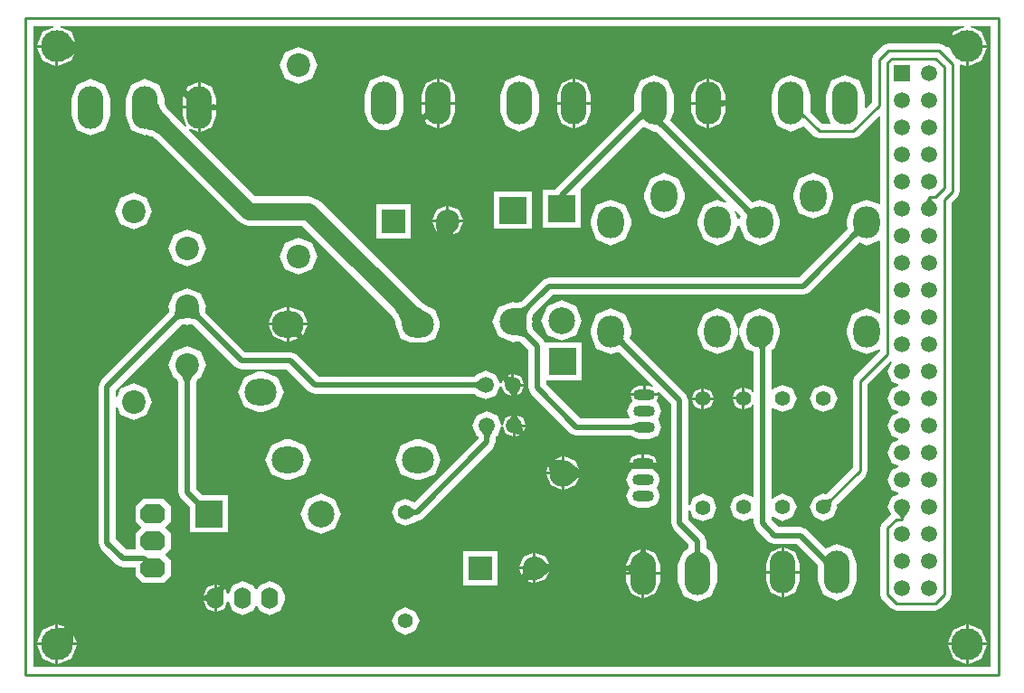
<source format=gtl>
G04*
G04 #@! TF.GenerationSoftware,Altium Limited,Altium Designer,18.0.11 (651)*
G04*
G04 Layer_Physical_Order=1*
G04 Layer_Color=255*
%FSTAX44Y44*%
%MOMM*%
G71*
G01*
G75*
%ADD10C,0.2540*%
%ADD31C,0.5000*%
%ADD32C,1.6000*%
%ADD33C,3.0000*%
%ADD34C,1.4000*%
%ADD35C,2.2000*%
%ADD36R,2.2000X2.2000*%
%ADD37C,1.5000*%
%ADD38C,2.5000*%
%ADD39R,2.5000X2.5000*%
%ADD40R,1.5000X1.5000*%
%ADD41O,2.0320X1.0160*%
%ADD42O,3.0000X2.5000*%
G04:AMPARAMS|DCode=43|XSize=1.778mm|YSize=2.286mm|CornerRadius=0mm|HoleSize=0mm|Usage=FLASHONLY|Rotation=90.000|XOffset=0mm|YOffset=0mm|HoleType=Round|Shape=Octagon|*
%AMOCTAGOND43*
4,1,8,-1.1430,-0.4445,-1.1430,0.4445,-0.6985,0.8890,0.6985,0.8890,1.1430,0.4445,1.1430,-0.4445,0.6985,-0.8890,-0.6985,-0.8890,-1.1430,-0.4445,0.0*
%
%ADD43OCTAGOND43*%

%ADD44R,2.5000X2.5000*%
%ADD45O,1.6000X2.0000*%
%ADD46O,2.4000X4.0000*%
%ADD47O,2.5000X3.0000*%
G36*
X0090424Y0000889D02*
X0000889D01*
Y006096D01*
X00027318D01*
X00027571Y0060833D01*
X00017055Y00603974D01*
X00012021Y0059182D01*
X00041567D01*
X00042815Y00599085D01*
X00044Y00597455D01*
X00046357Y00594711D01*
X00047529Y00593597D01*
X00048542Y0059278D01*
X00043905Y00603974D01*
X00033389Y0060833D01*
X00033642Y006096D01*
X00879488D01*
X00879741Y0060833D01*
X00869225Y00603974D01*
X00867631Y00600124D01*
X0086951Y00600916D01*
X00875975Y00603983D01*
X00869087Y00584145D01*
X00868234Y00585821D01*
X00867343Y00587322D01*
X00866414Y00588646D01*
X00865447Y00589793D01*
X00864443Y00590764D01*
X00863919Y00591163D01*
X00863665Y0059055D01*
X00863757Y00590328D01*
X00862701Y00589622D01*
X00860843Y0059148D01*
X00855983Y00593493D01*
X00808403D01*
X00808403Y00593493D01*
X00803543Y0059148D01*
X00803543Y0059148D01*
X0079536Y00583297D01*
X00793347Y00578437D01*
Y00537976D01*
X00788011Y0053264D01*
X00786837Y00533126D01*
Y0054521D01*
X00781423Y00558282D01*
X0076835Y00563697D01*
X00755277Y00558282D01*
X00749863Y0054521D01*
Y0052921D01*
X00754179Y00518789D01*
X00753474Y00517733D01*
X00746747D01*
X00735813Y00528668D01*
X00736037Y0052921D01*
Y0054521D01*
X00730622Y00558282D01*
X0071755Y00563697D01*
X00704477Y00558282D01*
X00699063Y0054521D01*
Y0052921D01*
X00704477Y00516138D01*
X0071755Y00510723D01*
X00729406Y00515634D01*
X0073904Y00506D01*
X007439Y00503987D01*
X00775951D01*
X00780811Y00506D01*
X00799793Y00524982D01*
X00800967Y00524496D01*
Y00442891D01*
X00799911Y00442186D01*
X0078834Y00446978D01*
X00774885Y00441405D01*
X00769312Y0042795D01*
Y0042295D01*
X00770754Y00419467D01*
X00725252Y00373965D01*
X0049068D01*
X00484879Y00371562D01*
X00464682Y00351365D01*
X00464589Y00351316D01*
X00464017Y00351083D01*
X00463288Y00350857D01*
X00462404Y00350654D01*
X00461436Y00350498D01*
X00459516Y00350349D01*
X004572Y00351309D01*
X00443745Y00345735D01*
X00438172Y0033228D01*
X00443745Y00318825D01*
X004572Y00313251D01*
X00459518Y00314212D01*
X0046024Y0031419D01*
X00461366Y00314073D01*
X00462404Y00313906D01*
X00463288Y00313703D01*
X00464016Y00313477D01*
X00464589Y00313244D01*
X00464682Y00313195D01*
X00471856Y00306022D01*
Y0027051D01*
X00474258Y00264708D01*
X00511088Y00227879D01*
X00511088Y00227878D01*
X0051689Y00225475D01*
X0051689Y00225476D01*
X00568021D01*
X00568323Y00225402D01*
X00568634Y00225304D01*
X00568892Y00225203D01*
X00569103Y00225101D01*
X00569273Y00225001D01*
X00569604Y00224769D01*
X00571054Y00224446D01*
X0057531Y00222683D01*
X0058547D01*
X00593246Y00225904D01*
X00596467Y0023368D01*
X00593311Y002413D01*
X00596467Y0024892D01*
X00593246Y00256696D01*
X00591891Y00257257D01*
X00591496Y00258796D01*
X00593192Y0026289D01*
X0058039D01*
X00567588D01*
X00569284Y00258796D01*
X00568889Y00257257D01*
X00567534Y00256696D01*
X00564313Y0024892D01*
X0056679Y00242941D01*
X00566084Y00241884D01*
X00520288D01*
X00488265Y00273908D01*
Y0027752D01*
X0052177D01*
Y0031268D01*
X00486914D01*
X00485862Y00315222D01*
X00476285Y00324798D01*
X00476236Y00324891D01*
X00476003Y00325463D01*
X00475777Y00326192D01*
X00475574Y00327076D01*
X00475418Y00328045D01*
X00475269Y00329964D01*
X00476228Y0033228D01*
X00475268Y00334598D01*
X0047529Y0033532D01*
X00475407Y00336446D01*
X00475574Y00337484D01*
X00475777Y00338368D01*
X00476003Y00339096D01*
X00476236Y00339669D01*
X00476285Y00339762D01*
X00494078Y00357556D01*
X0072865D01*
X00734452Y00359958D01*
X00781246Y00406753D01*
X00781269Y00406739D01*
X00781439Y0040678D01*
X0078834Y00403922D01*
X00799911Y00408714D01*
X00800967Y00408009D01*
Y00340891D01*
X00799911Y00340186D01*
X0078834Y00344978D01*
X00774885Y00339405D01*
X00769312Y0032595D01*
Y0032095D01*
X00774885Y00307495D01*
X0078834Y00301922D01*
X00799702Y00306628D01*
X00800787Y00305931D01*
X00800855Y00304835D01*
X0077746Y0028144D01*
X00775447Y0027658D01*
Y00195687D01*
X0075107Y00171311D01*
X00751003Y00171291D01*
X00750649Y00171214D01*
X00750246Y00171154D01*
X00749327Y00171088D01*
X0074803Y00171625D01*
X00738784Y00167796D01*
X00734955Y0015855D01*
X00738784Y00149304D01*
X0074803Y00145475D01*
X00757276Y00149304D01*
X00761105Y0015855D01*
X00760565Y00159855D01*
X00760574Y00160181D01*
X00760624Y001607D01*
X00760694Y00161169D01*
X00760771Y00161523D01*
X0076079Y0016159D01*
X0078718Y0018798D01*
X0078718Y0018798D01*
X00789193Y0019284D01*
Y00273733D01*
X0081058Y0029512D01*
X00811657Y00294401D01*
X00808074Y0028575D01*
X00812062Y00276122D01*
X00817944Y00273685D01*
Y00272415D01*
X00812062Y00269978D01*
X00808074Y0026035D01*
X00812062Y00250722D01*
X00817944Y00248285D01*
Y00247015D01*
X00812062Y00244578D01*
X00808074Y0023495D01*
X00812062Y00225322D01*
X00817944Y00222885D01*
Y00221615D01*
X00812062Y00219178D01*
X00808074Y0020955D01*
X00812062Y00199922D01*
X00817944Y00197485D01*
Y00196215D01*
X00812062Y00193778D01*
X00808074Y0018415D01*
X00812062Y00174522D01*
X00817944Y00172085D01*
Y00170815D01*
X00812062Y00168378D01*
X00808074Y0015875D01*
X00810917Y00151884D01*
X0080298Y00143947D01*
X00800967Y00139087D01*
Y00076813D01*
X0080298Y00071953D01*
X00811093Y0006384D01*
X00811093Y0006384D01*
X00815953Y00061827D01*
X00852827D01*
X00857687Y0006384D01*
X008658Y00071953D01*
X008658Y00071953D01*
X00867813Y00076813D01*
Y0044419D01*
X0087342Y00449797D01*
X00875433Y00454657D01*
Y0057318D01*
X00876703Y00574028D01*
X0088138Y00572091D01*
Y0059055D01*
X0088265D01*
Y0059182D01*
X00901109D01*
X00896075Y00603974D01*
X00885559Y0060833D01*
X00885812Y006096D01*
X0090424D01*
Y0000889D01*
D02*
G37*
G36*
X00729442Y00528546D02*
X00729437Y00528251D01*
X00729481Y00527941D01*
X00729575Y00527618D01*
X00729718Y0052728D01*
X0072991Y00526929D01*
X00730151Y00526564D01*
X00730441Y00526186D01*
X0073078Y00525793D01*
X00731169Y00525387D01*
X00730324Y0052264D01*
X00729937Y00523009D01*
X00729581Y00523311D01*
X00729258Y00523543D01*
X00728967Y00523708D01*
X00728709Y00523803D01*
X00728483Y00523831D01*
X0072829Y00523789D01*
X00728128Y0052368D01*
X00727999Y00523502D01*
X00727903Y00523255D01*
X00729496Y00528828D01*
X00729442Y00528546D01*
D02*
G37*
G36*
X00848394Y00449117D02*
X00848498Y00448536D01*
X00848671Y00447957D01*
X00848913Y00447381D01*
X00849224Y00446807D01*
X00849604Y00446236D01*
X00850053Y00445667D01*
X00850571Y004451D01*
X00851159Y00444536D01*
X00851815Y00443974D01*
X00842365D01*
X00843021Y00444536D01*
X00843609Y004451D01*
X00844127Y00445667D01*
X00844576Y00446236D01*
X00844956Y00446807D01*
X00845267Y00447381D01*
X00845509Y00447957D01*
X00845682Y00448536D01*
X00845786Y00449117D01*
X0084582Y004497D01*
X0084836D01*
X00848394Y00449117D01*
D02*
G37*
G36*
X00782122Y00412171D02*
X00781799Y00412518D01*
X00781423Y00412741D01*
X00780994Y00412841D01*
X00780512Y00412818D01*
X00779978Y00412672D01*
X00779392Y00412402D01*
X00778752Y0041201D01*
X0077806Y00411494D01*
X00777316Y00410855D01*
X00776518Y00410093D01*
X00773493Y00414138D01*
X00774269Y0041495D01*
X00775483Y00416445D01*
X0077592Y00417128D01*
X00776245Y00417769D01*
X00776457Y00418367D01*
X00776556Y00418923D01*
X00776542Y00419436D01*
X00776415Y00419906D01*
X00776176Y00420334D01*
X00782122Y00412171D01*
D02*
G37*
G36*
X00472931Y00344476D02*
X00472301Y00343758D01*
X0047174Y00342931D01*
X00471246Y00341995D01*
X00470821Y00340951D01*
X00470464Y00339798D01*
X00470174Y00338537D01*
X00469953Y00337167D01*
X00469801Y00335688D01*
X00469699Y00332405D01*
X00457325Y00344779D01*
X00459021Y00344796D01*
X00462087Y00345033D01*
X00463457Y00345255D01*
X00464718Y00345544D01*
X00465871Y00345901D01*
X00466915Y00346326D01*
X00467851Y0034682D01*
X00468678Y00347382D01*
X00469396Y00348011D01*
X00472931Y00344476D01*
D02*
G37*
G36*
X00469716Y00330459D02*
X00469953Y00327393D01*
X00470174Y00326023D01*
X00470464Y00324762D01*
X00470821Y00323609D01*
X00471246Y00322565D01*
X0047174Y00321629D01*
X00472301Y00320802D01*
X00472931Y00320084D01*
X00469396Y00316549D01*
X00468678Y00317178D01*
X00467851Y0031774D01*
X00466915Y00318234D01*
X00465871Y00318659D01*
X00464718Y00319016D01*
X00463457Y00319305D01*
X00462087Y00319527D01*
X00460608Y00319679D01*
X00457325Y00319781D01*
X00469699Y00332155D01*
X00469716Y00330459D01*
D02*
G37*
G36*
X00572763Y00229269D02*
X00572246Y00229632D01*
X00571691Y00229957D01*
X00571098Y00230244D01*
X00570467Y00230492D01*
X00569798Y00230702D01*
X0056909Y00230874D01*
X00568345Y00231008D01*
X00567561Y00231104D01*
X0056588Y0023118D01*
Y0023618D01*
X0056674Y00236199D01*
X00568345Y00236352D01*
X0056909Y00236486D01*
X00569798Y00236658D01*
X00570467Y00236868D01*
X00571098Y00237116D01*
X00571691Y00237403D01*
X00572246Y00237728D01*
X00572763Y00238091D01*
Y00229269D01*
D02*
G37*
G36*
X00756766Y00165489D02*
X00756426Y00165099D01*
X00756124Y00164643D01*
X00755859Y00164121D01*
X0075563Y00163533D01*
X00755438Y00162879D01*
X00755283Y00162159D01*
X00755164Y00161373D01*
X00755083Y00160521D01*
X0075503Y0015862D01*
X007481Y0016555D01*
X00749084Y00165558D01*
X00750853Y00165685D01*
X00751639Y00165803D01*
X00752359Y00165958D01*
X00753013Y0016615D01*
X00753601Y00166379D01*
X00754123Y00166644D01*
X00754579Y00166947D01*
X00754969Y00167285D01*
X00756766Y00165489D01*
D02*
G37*
G36*
X00825759Y00152364D02*
X00825171Y001518D01*
X00824653Y00151233D01*
X00824204Y00150664D01*
X00823824Y00150093D01*
X00823513Y00149519D01*
X00823271Y00148943D01*
X00823098Y00148364D01*
X00822995Y00147783D01*
X0082296Y001472D01*
X0082042D01*
X00820386Y00147783D01*
X00820282Y00148364D01*
X00820109Y00148943D01*
X00819867Y00149519D01*
X00819556Y00150093D01*
X00819176Y00150664D01*
X00818727Y00151233D01*
X00818209Y001518D01*
X00817622Y00152364D01*
X00816965Y00152926D01*
X00826415D01*
X00825759Y00152364D01*
D02*
G37*
%LPC*%
G36*
X00901109Y0058928D02*
X0088392D01*
Y00572091D01*
X00896075Y00577126D01*
X00901109Y0058928D01*
D02*
G37*
G36*
X00041131D02*
X0003175D01*
Y00572091D01*
X00043905Y00577126D01*
X00046301Y0058291D01*
X00044695Y0058202D01*
X00042991Y00580952D01*
X00039259Y00578388D01*
X00041131Y0058928D01*
D02*
G37*
G36*
X0002921D02*
X00012021D01*
X00017055Y00577126D01*
X0002921Y00572091D01*
Y0058928D01*
D02*
G37*
G36*
X0025654Y00590175D02*
X00244233Y00585077D01*
X00239135Y0057277D01*
X00244233Y00560463D01*
X0025654Y00555365D01*
X00268847Y00560463D01*
X00273945Y0057277D01*
X00268847Y00585077D01*
X0025654Y00590175D01*
D02*
G37*
G36*
X0064135Y00560422D02*
Y0053848D01*
X00652056D01*
Y0054221D01*
X00652106Y00541735D01*
X00652257Y0054131D01*
X00652509Y00540935D01*
X00652861Y0054061D01*
X00653314Y00540335D01*
X00653867Y0054011D01*
X00654521Y00539935D01*
X00655275Y0053981D01*
X00655818Y00539762D01*
Y0054521D01*
X00651208Y00556338D01*
X0064135Y00560422D01*
D02*
G37*
G36*
X0063881D02*
X00628951Y00556338D01*
X00624342Y0054521D01*
Y0053848D01*
X0063881D01*
Y00560422D01*
D02*
G37*
G36*
X0051562D02*
Y0053848D01*
X00530088D01*
Y0054521D01*
X00525479Y00556338D01*
X0051562Y00560422D01*
D02*
G37*
G36*
X0051308D02*
X00503222Y00556338D01*
X00498612Y0054521D01*
Y0053848D01*
X0051308D01*
Y00560422D01*
D02*
G37*
G36*
X0038862D02*
Y0053848D01*
X00403088D01*
Y0054521D01*
X00398479Y00556338D01*
X0038862Y00560422D01*
D02*
G37*
G36*
X0038608D02*
X00376222Y00556338D01*
X00371612Y0054521D01*
Y0053848D01*
X0038608D01*
Y00560422D01*
D02*
G37*
G36*
X0016256Y00556612D02*
X00152702Y00552528D01*
X00151434Y00549469D01*
X00151462Y00549445D01*
X00152141Y00548943D01*
X0015275Y00548582D01*
X00153289Y00548362D01*
X00153758Y00548282D01*
X00154157Y00548342D01*
X00154487Y00548544D01*
X00154746Y00548886D01*
X00154935Y00549369D01*
X00151854Y00538335D01*
X00151956Y00538899D01*
X00151958Y00539494D01*
X00151858Y0054012D01*
X00151656Y00540776D01*
X00151354Y00541465D01*
X0015095Y00542184D01*
X00150445Y00542934D01*
X00149839Y00543716D01*
X00149305Y00544328D01*
X00148092Y005414D01*
Y0053467D01*
X0016256D01*
Y00556612D01*
D02*
G37*
G36*
X001651D02*
Y0053467D01*
X00175806D01*
Y005384D01*
X00175856Y00537925D01*
X00176007Y005375D01*
X00176259Y00537125D01*
X00176611Y005368D01*
X00177064Y00536525D01*
X00177617Y005363D01*
X00178271Y00536125D01*
X00179025Y00536D01*
X00179568Y00535952D01*
Y005414D01*
X00174958Y00552528D01*
X001651Y00556612D01*
D02*
G37*
G36*
X0038608Y0053594D02*
X00371612D01*
Y0052921D01*
X00372822Y00526289D01*
X00373965Y00527676D01*
X0037447Y00528426D01*
X00374874Y00529145D01*
X00375176Y00529833D01*
X00375378Y0053049D01*
X00375477Y00531116D01*
X00375476Y00531711D01*
X00375374Y00532275D01*
X00378455Y00521241D01*
X00378266Y00521724D01*
X00378007Y00522066D01*
X00377677Y00522268D01*
X00377278Y00522328D01*
X00376809Y00522248D01*
X0037627Y00522028D01*
X00375661Y00521666D01*
X00374982Y00521165D01*
X00374954Y00521141D01*
X00376222Y00518082D01*
X0038608Y00513998D01*
Y0053594D01*
D02*
G37*
G36*
X00652056D02*
X0064135D01*
Y00513998D01*
X00651208Y00518082D01*
X00655818Y0052921D01*
Y00534658D01*
X00655275Y0053461D01*
X00654521Y00534485D01*
X00653867Y0053431D01*
X00653314Y00534085D01*
X00652861Y0053381D01*
X00652509Y00533485D01*
X00652257Y0053311D01*
X00652106Y00532685D01*
X00652056Y0053221D01*
Y0053594D01*
D02*
G37*
G36*
X0063881D02*
X00624342D01*
Y0052921D01*
X00628951Y00518082D01*
X0063881Y00513998D01*
Y0053594D01*
D02*
G37*
G36*
X00530088D02*
X0051562D01*
Y00513998D01*
X00525479Y00518082D01*
X00530088Y0052921D01*
Y0053594D01*
D02*
G37*
G36*
X0051308D02*
X00498612D01*
Y0052921D01*
X00503222Y00518082D01*
X0051308Y00513998D01*
Y0053594D01*
D02*
G37*
G36*
X00403088D02*
X0038862D01*
Y00513998D01*
X00398479Y00518082D01*
X00403088Y0052921D01*
Y0053594D01*
D02*
G37*
G36*
X0046355Y00563697D02*
X00450477Y00558282D01*
X00445063Y0054521D01*
Y0052921D01*
X00450477Y00516138D01*
X0046355Y00510723D01*
X00476623Y00516138D01*
X00482037Y0052921D01*
Y0054521D01*
X00476623Y00558282D01*
X0046355Y00563697D01*
D02*
G37*
G36*
X0033655D02*
X00323478Y00558282D01*
X00318063Y0054521D01*
Y0052921D01*
X00323478Y00516138D01*
X0033655Y00510723D01*
X00349622Y00516138D01*
X00355037Y0052921D01*
Y0054521D01*
X00349622Y00558282D01*
X0033655Y00563697D01*
D02*
G37*
G36*
X0011303Y00559887D02*
X00099958Y00554472D01*
X00094543Y005414D01*
Y005254D01*
X00099958Y00512328D01*
X00108799Y00508665D01*
X00108961Y00508498D01*
X00109213Y00508494D01*
X0011303Y00506913D01*
X0011443Y00507493D01*
X0011609Y00507055D01*
X00117772Y00506475D01*
X0011941Y0050577D01*
X0012101Y00504938D01*
X00122209Y00504199D01*
X00200318Y0042609D01*
X00200318Y0042609D01*
X00205324Y00424016D01*
X00210329Y00421943D01*
X00210329Y00421943D01*
X00260345D01*
X0034414Y00338148D01*
X0034479Y00337158D01*
X00345676Y00335582D01*
X00346411Y00334019D01*
X00347001Y00332467D01*
X00347295Y00331463D01*
X00346772Y003302D01*
X00348648Y00325669D01*
X00348666Y00325525D01*
X00348728Y00325477D01*
X00352345Y00316745D01*
X003658Y00311171D01*
X003708D01*
X00384255Y00316745D01*
X00389828Y003302D01*
X00384255Y00343655D01*
X00379386Y00345672D01*
X00378748Y00346353D01*
X00377438Y00346947D01*
X0037626Y00347568D01*
X00373415Y00349358D01*
X00372084Y00350319D01*
X00371583Y00350749D01*
X0027622Y00446112D01*
X00266209Y00450258D01*
X00266209Y00450258D01*
X00216194D01*
X00154159Y00512293D01*
X00154878Y0051337D01*
X0016256Y00510188D01*
Y0053213D01*
X00148092D01*
Y005254D01*
X001518Y00516448D01*
X00150723Y00515729D01*
X00133339Y00533113D01*
X00131835Y00535301D01*
X00131517Y00535855D01*
Y005414D01*
X00129682Y0054583D01*
X00129693Y0054646D01*
X00129458Y00546703D01*
X00129424Y0054704D01*
X00129056Y00547342D01*
X00126103Y00554472D01*
X0011303Y00559887D01*
D02*
G37*
G36*
X00175806Y0053213D02*
X001651D01*
Y00510188D01*
X00174958Y00514272D01*
X00179568Y005254D01*
Y00530848D01*
X00179025Y005308D01*
X00178271Y00530675D01*
X00177617Y005305D01*
X00177064Y00530275D01*
X00176611Y0053D01*
X00176259Y00529675D01*
X00176007Y005293D01*
X00175856Y00528875D01*
X00175806Y005284D01*
Y0053213D01*
D02*
G37*
G36*
X0006223Y00559887D02*
X00049158Y00554472D01*
X00043743Y005414D01*
Y005254D01*
X00049158Y00512328D01*
X0006223Y00506913D01*
X00075303Y00512328D01*
X00080717Y005254D01*
Y005414D01*
X00075303Y00554472D01*
X0006223Y00559887D01*
D02*
G37*
G36*
X0058928Y00563697D02*
X00576208Y00558282D01*
X00570793Y0054521D01*
Y00530326D01*
X00497118Y00456651D01*
X00496737Y0045573D01*
X0048534D01*
Y0042057D01*
X005205D01*
Y0045573D01*
X005205D01*
X00520179Y00456506D01*
X00578755Y00515082D01*
X0058928Y00510723D01*
X00590825Y00511362D01*
X00657318Y00444869D01*
X00656613Y00443813D01*
X0064897Y00446978D01*
X00635515Y00441405D01*
X00629941Y0042795D01*
Y0042295D01*
X00635515Y00409495D01*
X0064897Y00403922D01*
X00662425Y00409495D01*
X00667999Y0042295D01*
Y0042795D01*
X00664833Y00435593D01*
X00665889Y00436298D01*
X00670754Y00431433D01*
X00669312Y0042795D01*
Y0042295D01*
X00674885Y00409495D01*
X0068834Y00403922D01*
X00701795Y00409495D01*
X00707368Y0042295D01*
Y0042795D01*
X00701795Y00441405D01*
X0068834Y00446978D01*
X00681439Y0044412D01*
X00681269Y00444161D01*
X00681246Y00444147D01*
X00604374Y00521019D01*
X00607767Y0052921D01*
Y0054521D01*
X00602352Y00558282D01*
X0058928Y00563697D01*
D02*
G37*
G36*
X0073834Y00471978D02*
X00724885Y00466405D01*
X00719312Y0045295D01*
Y0044795D01*
X00724885Y00434495D01*
X0073834Y00428922D01*
X00751795Y00434495D01*
X00757368Y0044795D01*
Y0045295D01*
X00751795Y00466405D01*
X0073834Y00471978D01*
D02*
G37*
G36*
X0059897D02*
X00585515Y00466405D01*
X00579941Y0045295D01*
Y0044795D01*
X00585515Y00434495D01*
X0059897Y00428922D01*
X00612425Y00434495D01*
X00617999Y0044795D01*
Y0045295D01*
X00612425Y00466405D01*
X0059897Y00471978D01*
D02*
G37*
G36*
X0039751Y00440849D02*
Y0042799D01*
X00410369D01*
X00406603Y00437083D01*
X0039751Y00440849D01*
D02*
G37*
G36*
X0039497D02*
X00385877Y00437083D01*
X0038211Y0042799D01*
X0039497D01*
Y00440849D01*
D02*
G37*
G36*
X0047478Y0045446D02*
X0043962D01*
Y004193D01*
X0047478D01*
Y0045446D01*
D02*
G37*
G36*
X0039497Y0042545D02*
X0038211D01*
X00385877Y00416357D01*
X00385969Y00416319D01*
X00385528Y00423995D01*
X0038539Y00424911D01*
X00392602Y00418864D01*
X0039497D01*
Y0042545D01*
D02*
G37*
G36*
X001024Y00453615D02*
X00090093Y00448517D01*
X00084995Y0043621D01*
X00090093Y00423903D01*
X001024Y00418805D01*
X00114707Y00423903D01*
X00119805Y0043621D01*
X00114707Y00448517D01*
X001024Y00453615D01*
D02*
G37*
G36*
X00410369Y0042545D02*
X0039751D01*
Y00418864D01*
X0040394D01*
X00402952Y00417852D01*
X00401288Y00415873D01*
X00400612Y00414905D01*
X0040004Y00413952D01*
X00399843Y00413557D01*
X00406603Y00416357D01*
X00410369Y0042545D01*
D02*
G37*
G36*
X00392295Y00414194D02*
X00391996Y00413822D01*
X00392637Y00413557D01*
X0039244Y00413952D01*
X00392295Y00414194D01*
D02*
G37*
G36*
X0036152Y004428D02*
X0032936D01*
Y0041064D01*
X0036152D01*
Y004428D01*
D02*
G37*
G36*
X0054897Y00446978D02*
X00535515Y00441405D01*
X00529941Y0042795D01*
Y0042295D01*
X00535515Y00409495D01*
X0054897Y00403922D01*
X00562425Y00409495D01*
X00567999Y0042295D01*
Y0042795D01*
X00562425Y00441405D01*
X0054897Y00446978D01*
D02*
G37*
G36*
X001524Y00418615D02*
X00140093Y00413517D01*
X00134995Y0040121D01*
X00140093Y00388903D01*
X001524Y00383805D01*
X00164707Y00388903D01*
X00169805Y0040121D01*
X00164707Y00413517D01*
X001524Y00418615D01*
D02*
G37*
G36*
X0025654Y00411105D02*
X00244233Y00406007D01*
X00239135Y003937D01*
X00244233Y00381393D01*
X0025654Y00376295D01*
X00268847Y00381393D01*
X00273945Y003937D01*
X00268847Y00406007D01*
X0025654Y00411105D01*
D02*
G37*
G36*
X002492Y00346479D02*
X0024797D01*
Y0033147D01*
X00264953D01*
X00260711Y00341711D01*
X002492Y00346479D01*
D02*
G37*
G36*
X0024543D02*
X002442D01*
X00232689Y00341711D01*
X00228447Y0033147D01*
X0024543D01*
Y00346479D01*
D02*
G37*
G36*
X00264953Y0032893D02*
X0024797D01*
Y00313921D01*
X002492D01*
X00256299Y00316861D01*
X00255705Y00317343D01*
X00255022Y0031778D01*
X00254381Y00318105D01*
X00253783Y00318317D01*
X00253227Y00318416D01*
X00252714Y00318402D01*
X00252244Y00318275D01*
X00251816Y00318036D01*
X00259979Y00323982D01*
X00259632Y00323659D01*
X00259409Y00323283D01*
X00259309Y00322854D01*
X00259332Y00322373D01*
X00259478Y00321838D01*
X00259748Y00321252D01*
X0026014Y00320612D01*
X00260656Y0031992D01*
X00261037Y00319476D01*
X00264953Y0032893D01*
D02*
G37*
G36*
X0050292Y00352579D02*
X00489465Y00347005D01*
X00483891Y0033355D01*
X00489465Y00320095D01*
X0050292Y00314522D01*
X00516375Y00320095D01*
X00521949Y0033355D01*
X00516375Y00347005D01*
X0050292Y00352579D01*
D02*
G37*
G36*
X0024543Y0032893D02*
X00228447D01*
X00232689Y00318689D01*
X002442Y00313921D01*
X0024543D01*
Y0032893D01*
D02*
G37*
G36*
X0064897Y00344978D02*
X00635515Y00339405D01*
X00629941Y0032595D01*
Y0032095D01*
X00635515Y00307495D01*
X0064897Y00301922D01*
X00662425Y00307495D01*
X00667999Y0032095D01*
Y0032595D01*
X00662425Y00339405D01*
X0064897Y00344978D01*
D02*
G37*
G36*
X0045593Y00283391D02*
X00452219Y00281854D01*
X00452402Y00281734D01*
X00452995Y00281413D01*
X00453615Y00281143D01*
X00454262Y00280923D01*
X00454937Y00280754D01*
X00455639Y00280635D01*
X0045593Y00280608D01*
Y00283391D01*
D02*
G37*
G36*
X0045847D02*
Y0027432D01*
X00467541D01*
X00464884Y00280734D01*
X0045847Y00283391D01*
D02*
G37*
G36*
X0054897Y00344978D02*
X00535515Y00339405D01*
X00529941Y0032595D01*
Y0032095D01*
X00535515Y00307495D01*
X0054897Y00301922D01*
X00555872Y0030478D01*
X00556041Y00304739D01*
X00556064Y00304753D01*
X00588186Y00272631D01*
X0058748Y00271575D01*
X0058547Y00272408D01*
X0058166D01*
Y0026543D01*
X00593192D01*
X00592885Y0026617D01*
X00593941Y00266876D01*
X00605205Y00255612D01*
Y0014351D01*
X00607608Y00137709D01*
X00621716Y00123602D01*
Y00119609D01*
X00616847Y00117592D01*
X00611433Y0010452D01*
Y0008852D01*
X00616847Y00075448D01*
X0062992Y00070033D01*
X00642992Y00075448D01*
X00648407Y0008852D01*
Y0010452D01*
X00642992Y00117592D01*
X00638125Y00119609D01*
Y00127D01*
X00638125Y00127D01*
X00635722Y00132802D01*
X00621614Y00146908D01*
Y0015578D01*
X00622884Y00156033D01*
X00625754Y00149104D01*
X00635Y00145275D01*
X00644246Y00149104D01*
X00648075Y0015835D01*
X00644246Y00167596D01*
X00635Y00171425D01*
X00625754Y00167596D01*
X00622884Y00160667D01*
X00621614Y0016092D01*
Y0025901D01*
X00619212Y00264811D01*
X00566556Y00317467D01*
X00567999Y0032095D01*
Y0032595D01*
X00562425Y00339405D01*
X0054897Y00344978D01*
D02*
G37*
G36*
X0057912Y00272408D02*
X0057531D01*
X00569478Y00269992D01*
X00567588Y0026543D01*
X0057912D01*
Y00272408D01*
D02*
G37*
G36*
X0068834Y00344978D02*
X00674885Y00339405D01*
X00669312Y0032595D01*
Y0032095D01*
X00674885Y00307495D01*
X00682675Y00304268D01*
Y00265617D01*
X0068143Y00265369D01*
X00680402Y00267852D01*
X0067437Y0027035D01*
Y0026055D01*
Y0025075D01*
X00680402Y00253248D01*
X0068143Y00255731D01*
X00682675Y00255483D01*
Y00169034D01*
X00681405Y00168185D01*
X006731Y00171625D01*
X00663854Y00167796D01*
X00660025Y0015855D01*
X00663854Y00149304D01*
X006731Y00145475D01*
X00681405Y00148915D01*
X00682675Y00148066D01*
Y0014351D01*
X00685079Y00137709D01*
X00696508Y00126278D01*
X0070231Y00123876D01*
X00723042D01*
X00742243Y00104674D01*
Y0008979D01*
X00747657Y00076718D01*
X0076073Y00071303D01*
X00773802Y00076718D01*
X00779217Y0008979D01*
Y0010579D01*
X00773802Y00118862D01*
X0076073Y00124277D01*
X00750205Y00119918D01*
X00732242Y00137881D01*
X0072644Y00140285D01*
X00705708D01*
X00699084Y00146908D01*
Y00149912D01*
X0070033Y0015016D01*
X00700684Y00149304D01*
X0070993Y00145475D01*
X00719176Y00149304D01*
X00723005Y0015855D01*
X00719176Y00167796D01*
X0070993Y00171625D01*
X00700684Y00167796D01*
X0070033Y0016694D01*
X00699084Y00167188D01*
Y00251912D01*
X0070033Y0025216D01*
X00700684Y00251304D01*
X0070993Y00247475D01*
X00719176Y00251304D01*
X00723005Y0026055D01*
X00719176Y00269796D01*
X0070993Y00273625D01*
X00700684Y00269796D01*
X0070033Y0026894D01*
X00699084Y00269188D01*
Y00306372D01*
X00701795Y00307495D01*
X00707368Y0032095D01*
Y0032595D01*
X00701795Y00339405D01*
X0068834Y00344978D01*
D02*
G37*
G36*
X00467541Y0027178D02*
X0045847D01*
Y00267834D01*
X00463281Y0026866D01*
X00462842Y00268018D01*
X00462449Y00267372D01*
X00462103Y00266722D01*
X00461802Y00266068D01*
X00461548Y00265411D01*
X0046134Y0026475D01*
X00461178Y00264085D01*
X00461131Y00263811D01*
X00464884Y00265366D01*
X00467541Y0027178D01*
D02*
G37*
G36*
X001524Y00364115D02*
X00140093Y00359017D01*
X00134995Y0034671D01*
X00135843Y00344662D01*
X00135824Y00344335D01*
X00135717Y00343404D01*
X00135573Y00342595D01*
X00135402Y00341909D01*
X00135213Y00341346D01*
X00135045Y00340958D01*
X00071669Y00277582D01*
X00069265Y0027178D01*
Y0012537D01*
X00071669Y00119568D01*
X00086508Y00104728D01*
X0009231Y00102325D01*
X0010414D01*
Y00094615D01*
X00111125Y0008763D01*
X00130175D01*
X0013716Y00094615D01*
Y00108585D01*
X00131445Y001143D01*
X0013716Y00120015D01*
Y00133985D01*
X00131445Y001397D01*
X0013716Y00145415D01*
Y00159385D01*
X00130175Y0016637D01*
X00111125D01*
X0010414Y00159385D01*
Y00145415D01*
X00109855Y001397D01*
X0010414Y00133985D01*
Y00120015D01*
X00104247Y00119908D01*
X00103761Y00118735D01*
X00095708D01*
X00085674Y00128768D01*
Y00252315D01*
X0008692Y00252563D01*
X00090093Y00244903D01*
X001024Y00239805D01*
X00114707Y00244903D01*
X00119805Y0025721D01*
X00114707Y00269517D01*
X001024Y00274615D01*
X00090093Y00269517D01*
X0008692Y00261857D01*
X00085674Y00262105D01*
Y00268382D01*
X00146648Y00329355D01*
X00147036Y00329523D01*
X00147599Y00329712D01*
X00148285Y00329883D01*
X00149019Y00330014D01*
X00150401Y00330133D01*
X001524Y00329305D01*
X00154448Y00330154D01*
X00154775Y00330134D01*
X00155706Y00330027D01*
X00156515Y00329883D01*
X00157201Y00329712D01*
X00157764Y00329523D01*
X00158152Y00329355D01*
X00197398Y00290109D01*
X002032Y00287705D01*
X00245522D01*
X00265979Y00267248D01*
X0027178Y00264846D01*
X00421276D01*
X00421317Y00264829D01*
X00421522Y00264728D01*
X00421666Y00264642D01*
X00422172Y00263422D01*
X004318Y00259433D01*
X00441428Y00263422D01*
X0044513Y00272357D01*
X00445187Y00272497D01*
X00446562D01*
X0044662Y00272357D01*
X00449516Y00265366D01*
X00455797Y00262764D01*
X00455697Y00263192D01*
X00455484Y00263811D01*
X00455211Y00264399D01*
X00454877Y00264957D01*
X00454482Y00265484D01*
X00454026Y00265981D01*
X0045351Y00266447D01*
X00452933Y00266882D01*
X0045593Y00267397D01*
Y0027305D01*
Y00279355D01*
X004497Y00273125D01*
X00449683Y00273881D01*
X00449615Y00274611D01*
X00449496Y00275313D01*
X00449327Y00275988D01*
X00449107Y00276635D01*
X00448837Y00277255D01*
X00448516Y00277848D01*
X00448396Y00278031D01*
X0044662Y00273743D01*
X00446562Y00273603D01*
X00445187D01*
X0044513Y00273743D01*
X00441428Y00282678D01*
X004318Y00286667D01*
X00422172Y00282678D01*
X00421666Y00281458D01*
X00421522Y00281372D01*
X00421317Y00281271D01*
X00421276Y00281255D01*
X00275178D01*
X00254722Y00301712D01*
X0024892Y00304114D01*
X00206598D01*
X00169755Y00340958D01*
X00169587Y00341346D01*
X00169398Y00341909D01*
X00169227Y00342595D01*
X00169097Y00343329D01*
X00168977Y00344711D01*
X00169805Y0034671D01*
X00164707Y00359017D01*
X001524Y00364115D01*
D02*
G37*
G36*
X0067183Y0027035D02*
X00665798Y00267852D01*
X006633Y0026182D01*
X0067183D01*
Y0027035D01*
D02*
G37*
G36*
X0063627Y0027015D02*
Y0026162D01*
X006448D01*
X00642302Y00267652D01*
X0063627Y0027015D01*
D02*
G37*
G36*
X0063373D02*
X00627698Y00267652D01*
X006252Y0026162D01*
X0063373D01*
Y0027015D01*
D02*
G37*
G36*
X00635Y0026035D02*
D01*
D01*
D01*
D02*
G37*
G36*
X0067183Y0025928D02*
X006633D01*
X00665798Y00253248D01*
X0067183Y0025075D01*
Y0025928D01*
D02*
G37*
G36*
X006448Y0025908D02*
X0063627D01*
Y0025055D01*
X00642302Y00253048D01*
X006448Y0025908D01*
D02*
G37*
G36*
X0063373D02*
X006252D01*
X00627698Y00253048D01*
X0063373Y0025055D01*
Y0025908D01*
D02*
G37*
G36*
X002238Y00285728D02*
X002188D01*
X00205345Y00280155D01*
X00199771Y002667D01*
X00205345Y00253245D01*
X002188Y00247672D01*
X002238D01*
X00237255Y00253245D01*
X00242828Y002667D01*
X00237255Y00280155D01*
X002238Y00285728D01*
D02*
G37*
G36*
X0074803Y00273625D02*
X00738784Y00269796D01*
X00734955Y0026055D01*
X00738784Y00251304D01*
X0074803Y00247475D01*
X00757276Y00251304D01*
X00761105Y0026055D01*
X00757276Y00269796D01*
X0074803Y00273625D01*
D02*
G37*
G36*
X00461173Y00244698D02*
X00461217Y00244484D01*
X0046141Y00243837D01*
X00461657Y00243208D01*
X0046196Y00242594D01*
X00462318Y00241998D01*
X0046273Y00241417D01*
X00463198Y00240853D01*
X0046372Y00240306D01*
X0045974D01*
Y0023622D01*
X00468811D01*
X00466154Y00242634D01*
X00461173Y00244698D01*
D02*
G37*
G36*
X00468811Y0023368D02*
X00466028D01*
X00466055Y00233389D01*
X00466174Y00232687D01*
X00466343Y00232012D01*
X00466563Y00231365D01*
X00466833Y00230745D01*
X00467154Y00230152D01*
X00467274Y00229969D01*
X00468811Y0023368D01*
D02*
G37*
G36*
X00464775D02*
X0045974D01*
Y00228645D01*
X00464775Y0023368D01*
D02*
G37*
G36*
X0045974Y00227392D02*
Y00224609D01*
X00463451Y00226146D01*
X00463269Y00226266D01*
X00462675Y00226587D01*
X00462055Y00226857D01*
X00461408Y00227077D01*
X00460733Y00227246D01*
X00460031Y00227365D01*
X0045974Y00227392D01*
D02*
G37*
G36*
X0043307Y00248566D02*
X00423442Y00244578D01*
X00419454Y0023495D01*
X00423442Y00225322D01*
X00424661Y00224816D01*
X00424748Y00224672D01*
X00424849Y00224467D01*
X00424865Y00224426D01*
Y00223108D01*
X00365237Y0016348D01*
X0035687Y00166945D01*
X00347624Y00163116D01*
X00343795Y0015387D01*
X00347624Y00144624D01*
X0035687Y00140795D01*
X00366116Y00144624D01*
X00366547Y00145666D01*
X0036723D01*
X00373032Y00148069D01*
X00438871Y00213909D01*
X00441275Y0021971D01*
X00441274Y0021971D01*
Y00224426D01*
X00441291Y00224467D01*
X00441392Y00224672D01*
X00441478Y00224816D01*
X00442698Y00225322D01*
X00446399Y00234257D01*
X00446457Y00234397D01*
X00447832D01*
X0044789Y00234257D01*
X00450786Y00227266D01*
X004572Y00224609D01*
Y0023495D01*
Y00240306D01*
X0045322D01*
X00453742Y00240853D01*
X0045421Y00241417D01*
X00454622Y00241998D01*
X0045498Y00242594D01*
X00455283Y00243208D01*
X0045553Y00243837D01*
X00455723Y00244484D01*
X00455767Y00244698D01*
X00450786Y00242634D01*
X0044789Y00235643D01*
X00447832Y00235503D01*
X00446457D01*
X00446399Y00235643D01*
X00442698Y00244578D01*
X0043307Y00248566D01*
D02*
G37*
G36*
X0050292Y00206253D02*
X0049585Y00203325D01*
X00495952Y00203296D01*
X00497193Y00203063D01*
X00498536Y00202913D01*
X00499979Y00202845D01*
X00501523Y0020286D01*
X0050292Y00202943D01*
Y00206253D01*
D02*
G37*
G36*
X005842Y00207638D02*
X0058039D01*
Y0020066D01*
X00591922D01*
X00590032Y00205222D01*
X005842Y00207638D01*
D02*
G37*
G36*
X0057785D02*
X0057404D01*
X00568208Y00205222D01*
X00566318Y0020066D01*
X00569603D01*
X00569718Y00200903D01*
X00569739Y00201325D01*
X00569605Y00201798D01*
X00570089Y0020066D01*
X0057785D01*
Y00207638D01*
D02*
G37*
G36*
X0050546Y00206253D02*
Y0019177D01*
X00513117D01*
Y0019925D01*
X00514328Y00198062D01*
X00516664Y00196063D01*
X00517789Y0019525D01*
X00518752Y00194646D01*
X00515701Y00202011D01*
X0050546Y00206253D01*
D02*
G37*
G36*
X00591922Y0019812D02*
X0057912D01*
X0057117D01*
X00572722Y00194471D01*
X00572754Y0019444D01*
X00572695Y00194413D01*
X00572544Y00194389D01*
X00572303Y00194368D01*
X00570426Y00194316D01*
X00568941Y0019431D01*
X00567154Y00196103D01*
X00568014Y00194026D01*
X00567619Y00192487D01*
X00566264Y00191926D01*
X00563043Y0018415D01*
X00566199Y0017653D01*
X00563043Y0016891D01*
X00566264Y00161134D01*
X0057404Y00157913D01*
X005842D01*
X00591976Y00161134D01*
X00595197Y0016891D01*
X00592041Y0017653D01*
X00595197Y0018415D01*
X00591976Y00191926D01*
X00590621Y00192487D01*
X00590226Y00194026D01*
X00591922Y0019812D01*
D02*
G37*
G36*
X0050292Y00202672D02*
X00493483Y0019177D01*
X0050292D01*
Y00202672D01*
D02*
G37*
G36*
X00490586Y00196959D02*
X00488437Y0019177D01*
X00491535D01*
X00491143Y00194604D01*
X00490848Y00195996D01*
X00490586Y00196959D01*
D02*
G37*
G36*
X003708Y00222229D02*
X003658D01*
X00352345Y00216655D01*
X00346772Y002032D01*
X00352345Y00189745D01*
X003658Y00184172D01*
X003708D01*
X00384255Y00189745D01*
X00389828Y002032D01*
X00384255Y00216655D01*
X003708Y00222229D01*
D02*
G37*
G36*
X002492D02*
X002442D01*
X00230745Y00216655D01*
X00225172Y002032D01*
X00230745Y00189745D01*
X002442Y00184172D01*
X002492D01*
X00262655Y00189745D01*
X00268228Y002032D01*
X00262655Y00216655D01*
X002492Y00222229D01*
D02*
G37*
G36*
X00513117Y0018923D02*
X0050546D01*
Y00174747D01*
X00515701Y00178989D01*
X00518752Y00186354D01*
X00517789Y0018575D01*
X00516664Y00184937D01*
X0051551Y00184D01*
X00513117Y0018175D01*
Y0018923D01*
D02*
G37*
G36*
X0050292D02*
X00488437D01*
X00492679Y00178989D01*
X0050292Y00174747D01*
Y0018923D01*
D02*
G37*
G36*
X001524Y00309615D02*
X00140093Y00304517D01*
X00134995Y0029221D01*
X00140093Y00279903D01*
X00142141Y00279055D01*
X00142358Y0027881D01*
X00142941Y00278076D01*
X00143411Y00277402D01*
X00143775Y00276796D01*
X0014404Y00276264D01*
X00144195Y00275871D01*
Y0017272D01*
X00146599Y00166919D01*
X00154984Y00158534D01*
X00155048Y00158441D01*
X00154782Y00157799D01*
X00154957Y00157376D01*
X00154851Y00156931D01*
X0015514Y00156461D01*
Y0013482D01*
X001903D01*
Y0016998D01*
X00168659D01*
X00168189Y00170269D01*
X00167744Y00170163D01*
X00167321Y00170338D01*
X00166679Y00170072D01*
X00166586Y00170137D01*
X00160604Y00176118D01*
Y00275871D01*
X0016076Y00276264D01*
X00161025Y00276796D01*
X00161389Y00277402D01*
X00161815Y00278013D01*
X00162708Y00279075D01*
X00164707Y00279903D01*
X00169805Y0029221D01*
X00164707Y00304517D01*
X001524Y00309615D01*
D02*
G37*
G36*
X0027732Y00171429D02*
X00263865Y00165855D01*
X00258291Y001524D01*
X00263865Y00138945D01*
X0027732Y00133371D01*
X00290775Y00138945D01*
X00296348Y001524D01*
X00290775Y00165855D01*
X0027732Y00171429D01*
D02*
G37*
G36*
X0047879Y0011573D02*
Y0010287D01*
X00485376D01*
Y001093D01*
X00486388Y00108312D01*
X00488367Y00106648D01*
X00489335Y00105972D01*
X00490288Y001054D01*
X00490683Y00105203D01*
X00487883Y00111963D01*
X0047879Y0011573D01*
D02*
G37*
G36*
X0047625D02*
X00467157Y00111963D01*
X00463391Y0010287D01*
X0047625D01*
Y0011573D01*
D02*
G37*
G36*
X007112Y00121002D02*
Y0009906D01*
X00725668D01*
Y0010579D01*
X00721059Y00116918D01*
X007112Y00121002D01*
D02*
G37*
G36*
X0070866D02*
X00698801Y00116918D01*
X00694192Y0010579D01*
Y0009906D01*
X0070866D01*
Y00121002D01*
D02*
G37*
G36*
X00581715Y00119183D02*
X0058172Y00119122D01*
X00581844Y00118244D01*
X00582018Y00117484D01*
X00582242Y0011684D01*
X00582516Y00116313D01*
X00582839Y00115903D01*
X00583213Y00115611D01*
X00583635Y00115435D01*
X00584108Y00115377D01*
X0058039D01*
Y0009779D01*
X00594858D01*
Y0010452D01*
X00590248Y00115648D01*
X00581715Y00119183D01*
D02*
G37*
G36*
X00576525D02*
X00567991Y00115648D01*
X00563382Y0010452D01*
Y00104149D01*
X00563979Y001042D01*
X00564758Y00104324D01*
X00565435Y00104499D01*
X00566008Y00104723D01*
X0056648Y00104997D01*
X00566849Y00105322D01*
X00567115Y00105695D01*
X00567278Y00106119D01*
X00567339Y00106593D01*
X00567167Y0009779D01*
X0057785D01*
Y00115377D01*
X00574132D01*
X00574604Y00115435D01*
X00575028Y00115611D01*
X00575401Y00115903D01*
X00575724Y00116313D01*
X00575998Y0011684D01*
X00576222Y00117484D01*
X00576396Y00118244D01*
X00576521Y00119122D01*
X00576525Y00119183D01*
D02*
G37*
G36*
X00563382Y00099049D02*
Y0009779D01*
X00566768D01*
X00566712Y00097875D01*
X00566362Y000982D01*
X00565911Y00098475D01*
X00565356Y000987D01*
X005647Y00098875D01*
X0056394Y00099D01*
X00563382Y00099049D01*
D02*
G37*
G36*
X00466507Y0010033D02*
X00463391D01*
X00465664Y0009484D01*
X00465804Y00095259D01*
X00466074Y00096337D01*
X0046628Y00097499D01*
X00466423Y00098745D01*
X00466504Y00100076D01*
X00466507Y0010033D01*
D02*
G37*
G36*
X0047625D02*
X00467681D01*
X0047625Y00091761D01*
Y0010033D01*
D02*
G37*
G36*
X00485376D02*
X0047879D01*
Y00087471D01*
X00487883Y00091237D01*
X00490683Y00097997D01*
X00490288Y000978D01*
X00489335Y00097228D01*
X00488367Y00096552D01*
X00487385Y00095772D01*
X00486388Y00094888D01*
X00485376Y000939D01*
Y0010033D01*
D02*
G37*
G36*
X0047625Y00090587D02*
X00475996Y00090584D01*
X00473419Y0009036D01*
X00472257Y00090154D01*
X00471179Y00089885D01*
X0047076Y00089745D01*
X0047625Y00087471D01*
Y00090587D01*
D02*
G37*
G36*
X004428Y0011768D02*
X0041064D01*
Y0008552D01*
X004428D01*
Y0011768D01*
D02*
G37*
G36*
X0018034Y00086542D02*
Y0008346D01*
X00180865Y00083676D01*
X00181569Y00084065D01*
X00182324Y00084575D01*
X0018313Y00085206D01*
X0018327Y00085329D01*
X0018034Y00086542D01*
D02*
G37*
G36*
X0022987Y00089818D02*
X00219859Y00085671D01*
X00217805Y00080712D01*
X00216535D01*
X00214481Y00085671D01*
X0020447Y00089818D01*
X00194459Y00085671D01*
X0019103Y00077393D01*
X0018976D01*
X00187686Y00082401D01*
X00186931Y00081479D01*
X00186492Y00080794D01*
X00186186Y00080172D01*
X00186014Y00079613D01*
X00185974Y00079116D01*
X00186068Y00078683D01*
X00186295Y00078312D01*
X00186655Y00078004D01*
X0018034Y00082095D01*
Y0007366D01*
Y00060778D01*
X00187137Y00063593D01*
X0018976Y00069927D01*
X0019103D01*
X00194459Y00061649D01*
X0020447Y00057502D01*
X00214481Y00061649D01*
X00216535Y00066608D01*
X00217805D01*
X00219859Y00061649D01*
X0022987Y00057502D01*
X00239881Y00061649D01*
X00244028Y0007166D01*
Y0007566D01*
X00239881Y00085671D01*
X0022987Y00089818D01*
D02*
G37*
G36*
X001778Y00086542D02*
X00171003Y00083727D01*
X00167903Y00076243D01*
X00168116Y0007626D01*
X00168952Y00076384D01*
X00169676Y00076559D01*
X00170289Y00076783D01*
X0017079Y00077057D01*
X0017118Y00077381D01*
X00171458Y00077754D01*
X00171625Y00078178D01*
X00171681Y00078651D01*
Y0007493D01*
X001778D01*
Y00086542D01*
D02*
G37*
G36*
X00725668Y0009652D02*
X007112D01*
Y00074578D01*
X00721059Y00078662D01*
X00725668Y0008979D01*
Y0009652D01*
D02*
G37*
G36*
X0070866D02*
X00694192D01*
Y0008979D01*
X00698801Y00078662D01*
X0070866Y00074578D01*
Y0009652D01*
D02*
G37*
G36*
X00594858Y0009525D02*
X0058039D01*
Y00073308D01*
X00590248Y00077392D01*
X00594858Y0008852D01*
Y0009525D01*
D02*
G37*
G36*
X0057785D02*
X00563382D01*
Y0008852D01*
X00567991Y00077392D01*
X0057785Y00073308D01*
Y0009525D01*
D02*
G37*
G36*
X001778Y0007239D02*
X00171681D01*
Y00068669D01*
X00171625Y00069142D01*
X00171458Y00069566D01*
X0017118Y00069939D01*
X0017079Y00070263D01*
X00170289Y00070537D01*
X00169676Y00070761D01*
X00168952Y00070936D01*
X00168116Y0007106D01*
X00167903Y00071077D01*
X00171003Y00063593D01*
X001778Y00060778D01*
Y0007239D01*
D02*
G37*
G36*
X0003175Y00048939D02*
Y00045487D01*
X00032795Y00045495D01*
X00036676Y00045755D01*
X00038391Y00046D01*
X00038695Y00046062D01*
X0003175Y00048939D01*
D02*
G37*
G36*
X0035687Y00064945D02*
X00347624Y00061116D01*
X00343795Y0005187D01*
X00347624Y00042624D01*
X0035687Y00038795D01*
X00366116Y00042624D01*
X00369945Y0005187D01*
X00366116Y00061116D01*
X0035687Y00064945D01*
D02*
G37*
G36*
X0088392Y00048939D02*
Y0003175D01*
X00901109D01*
X00896075Y00043905D01*
X0088392Y00048939D01*
D02*
G37*
G36*
X0088138D02*
X00869225Y00043905D01*
X00864191Y0003175D01*
X0088138D01*
Y00048939D01*
D02*
G37*
G36*
X00046062Y00038695D02*
X00046Y00038391D01*
X00045755Y00036676D01*
X00045495Y00032795D01*
X00045487Y0003175D01*
X00048939D01*
X00046062Y00038695D01*
D02*
G37*
G36*
X0003175Y00044359D02*
Y0003175D01*
X00044359D01*
X0003175Y00044359D01*
D02*
G37*
G36*
X0002921Y00048939D02*
X00017055Y00043905D01*
X00012021Y0003175D01*
X0002921D01*
Y00048939D01*
D02*
G37*
G36*
X00901109Y0002921D02*
X0088392D01*
Y00012021D01*
X00896075Y00017055D01*
X00901109Y0002921D01*
D02*
G37*
G36*
X0088138D02*
X00864191D01*
X00869225Y00017055D01*
X0088138Y00012021D01*
Y0002921D01*
D02*
G37*
G36*
X00048939D02*
X0003175D01*
Y00012021D01*
X00043905Y00017055D01*
X00048939Y0002921D01*
D02*
G37*
G36*
X0002921D02*
X00012021D01*
X00017055Y00017055D01*
X0002921Y00012021D01*
Y0002921D01*
D02*
G37*
%LPD*%
G36*
X00124081Y00542797D02*
X00123956Y00541005D01*
X00124203Y00539067D01*
X00124822Y00536982D01*
X00125813Y0053475D01*
X00127176Y00532372D01*
X00128912Y00529847D01*
X00131019Y00527176D01*
X00133499Y00524358D01*
X0013635Y00521394D01*
X00130993Y00504123D01*
X0012926Y00505752D01*
X00127471Y00507229D01*
X00125626Y00508552D01*
X00123725Y00509723D01*
X00121769Y00510742D01*
X00119757Y00511607D01*
X00117689Y0051232D01*
X00115566Y0051288D01*
X00113387Y00513287D01*
X00111152Y00513541D01*
X00124578Y00544443D01*
X00124081Y00542797D01*
D02*
G37*
G36*
X00361526Y0035214D02*
X00368677Y00345996D01*
X00370339Y00344797D01*
X0037351Y00342802D01*
X00375019Y00342006D01*
X00376479Y00341345D01*
X00353446Y00328243D01*
X00353204Y00330254D01*
X00352794Y00332245D01*
X00352218Y00334217D01*
X00351476Y0033617D01*
X00350566Y00338103D01*
X0034949Y00340017D01*
X00348247Y00341912D01*
X00346837Y00343787D01*
X00345261Y00345643D01*
X00343517Y00347479D01*
X00359612Y00354012D01*
X00361526Y0035214D01*
D02*
G37*
G36*
X00580385Y00521241D02*
X00580196Y00521724D01*
X00579936Y00522066D01*
X00579607Y00522268D01*
X00579208Y00522328D01*
X00578739Y00522248D01*
X005782Y00522028D01*
X00577591Y00521666D01*
X00576912Y00521165D01*
X00576163Y00520522D01*
X00575344Y00519738D01*
X00573772Y00525238D01*
X00574581Y00526082D01*
X00575895Y00527676D01*
X005764Y00528426D01*
X00576804Y00529145D01*
X00577106Y00529833D01*
X00577308Y0053049D01*
X00577407Y00531116D01*
X00577406Y00531711D01*
X00577304Y00532275D01*
X00580385Y00521241D01*
D02*
G37*
G36*
X00598436Y0052175D02*
X00598164Y00521422D01*
X00598022Y00521034D01*
X0059801Y00520587D01*
X00598129Y00520079D01*
X00598378Y00519512D01*
X00598758Y00518886D01*
X00599267Y005182D01*
X00599907Y00517454D01*
X00600677Y00516648D01*
X00596101Y00514154D01*
X00595264Y00514955D01*
X00593708Y00516231D01*
X00592989Y00516705D01*
X00592308Y00517069D01*
X00591667Y00517324D01*
X00591066Y0051747D01*
X00590503Y00517506D01*
X0058998Y00517433D01*
X00589496Y00517251D01*
X00598839Y00522019D01*
X00598436Y0052175D01*
D02*
G37*
G36*
X00677316Y00440045D02*
X0067806Y00439406D01*
X00678752Y0043889D01*
X00679392Y00438498D01*
X00679978Y00438228D01*
X00680512Y00438082D01*
X00680994Y00438059D01*
X00681423Y00438159D01*
X00681799Y00438382D01*
X00682122Y00438729D01*
X00676176Y00430566D01*
X00676415Y00430994D01*
X00676542Y00431464D01*
X00676556Y00431977D01*
X00676457Y00432533D01*
X00676245Y00433131D01*
X0067592Y00433772D01*
X00675483Y00434455D01*
X00674932Y00435182D01*
X00674269Y0043595D01*
X00673493Y00436762D01*
X00676518Y00440807D01*
X00677316Y00440045D01*
D02*
G37*
G36*
X00560895Y00317906D02*
X00560768Y00317436D01*
X00560754Y00316923D01*
X00560853Y00316367D01*
X00561065Y00315769D01*
X0056139Y00315128D01*
X00561827Y00314445D01*
X00562378Y00313718D01*
X00563041Y0031295D01*
X00563817Y00312139D01*
X00560792Y00308093D01*
X00559994Y00308855D01*
X0055925Y00309494D01*
X00558558Y00310009D01*
X00557918Y00310402D01*
X00557332Y00310672D01*
X00556797Y00310818D01*
X00556316Y00310841D01*
X00555887Y00310741D01*
X00555511Y00310518D01*
X00555188Y00310171D01*
X00561134Y00318334D01*
X00560895Y00317906D01*
D02*
G37*
G36*
X00632445Y00120117D02*
X00632519Y00119122D01*
X00632644Y00118244D01*
X00632818Y00117484D01*
X00633042Y0011684D01*
X00633316Y00116313D01*
X00633639Y00115903D01*
X00634012Y00115611D01*
X00634436Y00115435D01*
X00634908Y00115377D01*
X00624932D01*
X00625405Y00115435D01*
X00625827Y00115611D01*
X00626201Y00115903D01*
X00626524Y00116313D01*
X00626798Y0011684D01*
X00627022Y00117484D01*
X00627196Y00118244D01*
X00627321Y00119122D01*
X00627395Y00120117D01*
X0062742Y00121229D01*
X0063242D01*
X00632445Y00120117D01*
D02*
G37*
G36*
X00695389Y00310848D02*
X00694967Y00310575D01*
X00694595Y00310195D01*
X00694273Y00309708D01*
X00694Y00309114D01*
X00693777Y00308413D01*
X00693603Y00307605D01*
X00693479Y00306691D01*
X00693405Y00305669D01*
X0069338Y00304541D01*
X0068838Y00303445D01*
X00688355Y00304554D01*
X0068828Y00305535D01*
X00688156Y00306387D01*
X00687981Y0030711D01*
X00687757Y00307705D01*
X00687483Y0030817D01*
X00687159Y00308507D01*
X00686785Y00308716D01*
X00686361Y00308795D01*
X00685887Y00308746D01*
X0069586Y00311014D01*
X00695389Y00310848D01*
D02*
G37*
G36*
X00747613Y00114478D02*
X00748362Y00113835D01*
X00749041Y00113334D01*
X0074965Y00112972D01*
X00750189Y00112752D01*
X00750658Y00112672D01*
X00751057Y00112732D01*
X00751386Y00112934D01*
X00751646Y00113276D01*
X00751835Y00113759D01*
X00748754Y00102725D01*
X00748856Y00103289D01*
X00748857Y00103884D01*
X00748757Y00104509D01*
X00748556Y00105167D01*
X00748254Y00105855D01*
X0074785Y00106574D01*
X00747345Y00107324D01*
X00746739Y00108106D01*
X00746031Y00108918D01*
X00745222Y00109762D01*
X00746794Y00115262D01*
X00747613Y00114478D01*
D02*
G37*
G36*
X00163416Y00345186D02*
X0016364Y00342609D01*
X00163846Y00341447D01*
X00164116Y00340368D01*
X00164448Y00339374D01*
X00164844Y00338464D01*
X00165303Y00337637D01*
X00165824Y00336895D01*
X00166409Y00336236D01*
X00162874Y00332701D01*
X00162215Y00333286D01*
X00161473Y00333807D01*
X00160646Y00334266D01*
X00159736Y00334662D01*
X00158742Y00334995D01*
X00157663Y00335264D01*
X00156501Y0033547D01*
X00155254Y00335614D01*
X00153924Y00335694D01*
X0015251Y00335711D01*
X00163399Y003466D01*
X00163416Y00345186D01*
D02*
G37*
G36*
X0015229Y00335711D02*
X00150876Y00335694D01*
X00148299Y0033547D01*
X00147137Y00335264D01*
X00146059Y00334995D01*
X00145064Y00334662D01*
X00144154Y00334266D01*
X00143327Y00333807D01*
X00142585Y00333286D01*
X00141926Y00332701D01*
X00138391Y00336236D01*
X00138976Y00336895D01*
X00139497Y00337637D01*
X00139956Y00338464D01*
X00140352Y00339374D01*
X00140684Y00340368D01*
X00140954Y00341447D01*
X0014116Y00342609D01*
X00141304Y00343856D01*
X00141384Y00345186D01*
X00141401Y003466D01*
X0015229Y00335711D01*
D02*
G37*
G36*
X00426444Y002678D02*
X00425897Y00268323D01*
X00425333Y0026879D01*
X00424753Y00269202D01*
X00424156Y0026956D01*
X00423542Y00269862D01*
X00422913Y0027011D01*
X00422267Y00270303D01*
X00421604Y0027044D01*
X00420925Y00270522D01*
X00420229Y0027055D01*
Y0027555D01*
X00420925Y00275578D01*
X00421604Y0027566D01*
X00422267Y00275798D01*
X00422913Y0027599D01*
X00423542Y00276238D01*
X00424156Y0027654D01*
X00424753Y00276898D01*
X00425333Y0027731D01*
X00425897Y00277778D01*
X00426444Y002783D01*
Y002678D01*
D02*
G37*
G36*
X00437798Y00229047D02*
X0043733Y00228483D01*
X00436917Y00227903D01*
X0043656Y00227306D01*
X00436258Y00226692D01*
X0043601Y00226063D01*
X00435817Y00225417D01*
X0043568Y00224754D01*
X00435597Y00224075D01*
X0043557Y00223379D01*
X0043057D01*
X00430542Y00224075D01*
X0043046Y00224754D01*
X00430322Y00225417D01*
X0043013Y00226063D01*
X00429883Y00226692D01*
X0042958Y00227306D01*
X00429222Y00227903D01*
X0042881Y00228483D01*
X00428343Y00229047D01*
X0042782Y00229594D01*
X0043832D01*
X00437798Y00229047D01*
D02*
G37*
G36*
X00362888Y0015752D02*
X00363159Y00157279D01*
X00363483Y00157066D01*
X0036386Y00156881D01*
X0036429Y00156725D01*
X00364772Y00156597D01*
X00365307Y00156498D01*
X00365895Y00156427D01*
X00366536Y00156384D01*
X0036723Y0015637D01*
Y0015137D01*
X00366536Y00151356D01*
X00365307Y00151242D01*
X00364772Y00151143D01*
X0036429Y00151015D01*
X0036386Y00150859D01*
X00363483Y00150674D01*
X00363159Y00150461D01*
X00362888Y0015022D01*
X00362669Y0014995D01*
Y0015779D01*
X00362888Y0015752D01*
D02*
G37*
G36*
X00159112Y00283342D02*
X00157448Y00281363D01*
X00156772Y00280395D01*
X001562Y00279442D01*
X00155732Y00278503D01*
X00155368Y0027758D01*
X00155108Y00276671D01*
X00154952Y00275777D01*
X001549Y00274898D01*
X001499D01*
X00149848Y00275777D01*
X00149692Y00276671D01*
X00149432Y0027758D01*
X00149068Y00278503D01*
X001486Y00279442D01*
X00148028Y00280395D01*
X00147352Y00281363D01*
X00146572Y00282345D01*
X00145688Y00283342D01*
X001447Y00284354D01*
X001601D01*
X00159112Y00283342D01*
D02*
G37*
G36*
X00161278Y00167412D02*
X00163121Y0016585D01*
X00163935Y00165282D01*
X00164678Y00164854D01*
X00165349Y00164568D01*
X00165949Y00164424D01*
X00166478Y00164421D01*
X00166935Y00164559D01*
X00167321Y00164839D01*
X00160281Y00157799D01*
X00160561Y00158185D01*
X00160699Y00158642D01*
X00160696Y00159171D01*
X00160552Y00159771D01*
X00160266Y00160443D01*
X00159838Y00161185D01*
X0015927Y00161999D01*
X0015856Y00162885D01*
X00156715Y00164869D01*
X0016025Y00168405D01*
X00161278Y00167412D01*
D02*
G37*
D10*
X0071755Y0053721D02*
X007439Y0051086D01*
X00775951D01*
X0080022Y00535129D01*
Y00578437D01*
X00808403Y0058662D01*
X00855983D01*
X0086856Y00574043D01*
Y00454657D02*
Y00574043D01*
X0086094Y00447037D02*
X0086856Y00454657D01*
X0086094Y00076813D02*
Y00447037D01*
X00852827Y000687D02*
X0086094Y00076813D01*
X00815953Y000687D02*
X00852827D01*
X0080784Y00076813D02*
X00815953Y000687D01*
X0080784Y00076813D02*
Y00139087D01*
X00815953Y001472D01*
X0082169D01*
Y0015875D01*
X0078232Y0027658D02*
X0080784Y003021D01*
Y0057528D01*
X0078232Y0019284D02*
Y0027658D01*
X0081156Y00579D02*
X00852827D01*
X0080784Y0057528D02*
X0081156Y00579D01*
X0074803Y0015855D02*
X0078232Y0019284D01*
X00852827Y00579D02*
X0086094Y00570887D01*
Y00457813D02*
Y00570887D01*
X00852827Y004497D02*
X0086094Y00457813D01*
X0084709Y004497D02*
X00852827D01*
X0084709Y0043815D02*
Y004497D01*
X0000127Y0000127D02*
X0091186D01*
X0091186Y0061722D02*
X0091186Y0000127D01*
X0000127Y0061722D02*
X0091186D01*
X0000127Y0058293D02*
Y0061722D01*
Y0058293D02*
X0000127Y0000127D01*
D31*
X0088519Y0059182D02*
X0089011Y0059547D01*
X0074012D02*
X0089011D01*
X0068186Y0053721D02*
X0074012Y0059547D01*
X0064008Y0053721D02*
X0068186D01*
X0057912Y0019681D02*
X00589444D01*
X0017907Y0007747D02*
X0019558Y0009398D01*
X0017907Y0007366D02*
Y0007747D01*
X0019558Y0009398D02*
X00233583D01*
X00244543Y0008302D01*
X0045894D02*
X0047752Y001016D01*
X00244543Y0008302D02*
X0045894D01*
X0024892Y0029591D02*
X0027178Y0027305D01*
X002032Y0029591D02*
X0024892D01*
X0057912Y0009652D02*
Y0013851D01*
X0059686Y0015625D01*
Y00189394D01*
X00589444Y0019681D02*
X0059686Y00189394D01*
X0057912Y0019681D02*
Y0019939D01*
X0068834Y0032345D02*
X0069088Y0032091D01*
Y0014351D02*
Y0032091D01*
Y0014351D02*
X0070231Y0013208D01*
X0072644D01*
X0076073Y0009779D01*
X0049068Y0036576D02*
X0072865D01*
X004572Y0033228D02*
X0049068Y0036576D01*
X0072865D02*
X0078834Y0042545D01*
X0062992Y0009652D02*
Y00127D01*
X0061341Y0014351D02*
X0062992Y00127D01*
X0061341Y0014351D02*
Y0025901D01*
X0054897Y0032345D02*
X0061341Y0025901D01*
X0057654Y0019681D02*
X0057912Y0019939D01*
X00562486Y0019681D02*
X0057654D01*
X00556176Y001905D02*
X00562486Y0019681D01*
X0050419Y001905D02*
X00556176D01*
X0050292D02*
X0050419D01*
X0045847Y0023495D02*
X0050292Y001905D01*
X0057404Y001016D02*
X0057912Y0009652D01*
X0047752Y001016D02*
X0057404D01*
X0003048Y0003048D02*
X0007366Y0007366D01*
X0017907D01*
X004572Y0027305D02*
X0045847Y0027178D01*
Y0023495D02*
Y0027178D01*
X0039624Y0033401D02*
X004572Y0027305D01*
X0039624Y0033401D02*
Y0042672D01*
X002467Y003302D02*
X0026678Y0031012D01*
X00381377D01*
X0039088Y00319623D01*
Y00338517D01*
X0038862Y00340777D02*
X0039088Y00338517D01*
X0038862Y00340777D02*
Y004191D01*
X0039624Y0042672D01*
X0058039Y0023368D02*
X0058297Y0023626D01*
X0051689Y0023368D02*
X0058039D01*
X0048006Y0027051D02*
X0051689Y0023368D01*
X0048006Y0027051D02*
Y0030942D01*
X004572Y0033228D02*
X0048006Y0030942D01*
X0058928Y0052451D02*
X0068834Y0042545D01*
X0058928Y0052451D02*
Y0053721D01*
X0050292Y0045085D02*
X0058928Y0053721D01*
X0050292Y0043815D02*
Y0045085D01*
X0043307Y0021971D02*
Y0023495D01*
X0036723Y0015387D02*
X0043307Y0021971D01*
X0035687Y0015387D02*
X0036723D01*
X0011172Y0011053D02*
X0012065Y001016D01*
X0009231Y0011053D02*
X0011172D01*
X0007747Y0012537D02*
X0009231Y0011053D01*
X0007747Y0012537D02*
Y0027178D01*
X001524Y0034671D01*
Y0017272D02*
X0017272Y001524D01*
X001524Y0017272D02*
Y0029221D01*
X0027178Y0027305D02*
X004318D01*
X001524Y0034671D02*
X002032Y0029591D01*
X0010922Y0058801D02*
X0016383Y005334D01*
X0003048Y0058801D02*
X0010922D01*
X0035977Y0050963D02*
X0038735Y0053721D01*
X0032844Y0050963D02*
X0035977D01*
X0030467Y005334D02*
X0032844Y0050963D01*
X0016383Y005334D02*
X0030467D01*
D32*
X00266209Y00436101D02*
X003683Y0033401D01*
X00210329Y00436101D02*
X00266209D01*
X003683Y003302D02*
Y0033401D01*
X0011303Y005334D02*
X00210329Y00436101D01*
D33*
X0003048Y0003048D02*
D03*
X0088265Y0059055D02*
D03*
Y0003048D02*
D03*
X0003048Y0059055D02*
D03*
D34*
X0035687Y0015387D02*
D03*
Y0005187D02*
D03*
X0074803Y0026055D02*
D03*
Y0015855D02*
D03*
X0070993D02*
D03*
Y0026055D02*
D03*
X006731D02*
D03*
Y0015855D02*
D03*
X00635Y0026035D02*
D03*
Y0015835D02*
D03*
D35*
X0039624Y0042672D02*
D03*
X0047752Y001016D02*
D03*
X001524Y0034671D02*
D03*
X001024Y0025721D02*
D03*
X001524Y0040121D02*
D03*
X001024Y0043621D02*
D03*
X001524Y0029221D02*
D03*
X0025654Y003937D02*
D03*
Y0057277D02*
D03*
D36*
X0034544Y0042672D02*
D03*
X0042672Y001016D02*
D03*
D37*
X004572Y0027305D02*
D03*
X004318D02*
D03*
X0084709Y0056515D02*
D03*
Y0008255D02*
D03*
X0082169D02*
D03*
X0084709Y0010795D02*
D03*
X0082169D02*
D03*
X0084709Y0013335D02*
D03*
X0082169D02*
D03*
X0084709Y0015875D02*
D03*
X0082169D02*
D03*
X0084709Y0018415D02*
D03*
X0082169D02*
D03*
X0084709Y0020955D02*
D03*
X0082169D02*
D03*
X0084709Y0023495D02*
D03*
X0082169D02*
D03*
X0084709Y0026035D02*
D03*
X0082169D02*
D03*
X0084709Y0028575D02*
D03*
X0082169D02*
D03*
X0084709Y0031115D02*
D03*
X0082169D02*
D03*
X0084709Y0033655D02*
D03*
X0082169D02*
D03*
X0084709Y0036195D02*
D03*
X0082169D02*
D03*
X0084709Y0038735D02*
D03*
X0082169D02*
D03*
X0084709Y0041275D02*
D03*
X0082169D02*
D03*
X0084709Y0043815D02*
D03*
X0082169D02*
D03*
X0084709Y0046355D02*
D03*
X0082169D02*
D03*
X0084709Y0048895D02*
D03*
X0082169D02*
D03*
X0084709Y0051435D02*
D03*
X0082169D02*
D03*
X0084709Y0053975D02*
D03*
X0082169D02*
D03*
X0045847Y0023495D02*
D03*
X0043307D02*
D03*
D38*
X0050419Y001905D02*
D03*
X0027732Y001524D02*
D03*
X004572Y0033228D02*
D03*
X0050292Y0033355D02*
D03*
D39*
X0050419Y002951D02*
D03*
X004572Y0043688D02*
D03*
X0050292Y0043815D02*
D03*
D40*
X0082169Y0056515D02*
D03*
D41*
X0058039Y0026416D02*
D03*
Y0024892D02*
D03*
Y0023368D02*
D03*
X0057912Y0019939D02*
D03*
Y0018415D02*
D03*
Y0016891D02*
D03*
D42*
X002213Y002667D02*
D03*
X002467Y003302D02*
D03*
Y002032D02*
D03*
X003683Y003302D02*
D03*
Y002032D02*
D03*
D43*
X0012065Y001524D02*
D03*
Y00127D02*
D03*
Y001016D02*
D03*
D44*
X0017272Y001524D02*
D03*
D45*
X0022987Y0007366D02*
D03*
X0020447D02*
D03*
X0017907D02*
D03*
D46*
X0062992Y0009652D02*
D03*
X0057912D02*
D03*
X0076073Y0009779D02*
D03*
X0070993D02*
D03*
X0071755Y0053721D02*
D03*
X0076835D02*
D03*
X0058928D02*
D03*
X0064008D02*
D03*
X0046355D02*
D03*
X0051435D02*
D03*
X0033655D02*
D03*
X0038735D02*
D03*
X0006223Y005334D02*
D03*
X0011303D02*
D03*
X0016383D02*
D03*
D47*
X0073834Y0045045D02*
D03*
X0078834Y0042545D02*
D03*
X0068834D02*
D03*
X0078834Y0032345D02*
D03*
X0068834D02*
D03*
X0059897Y0045045D02*
D03*
X0064897Y0042545D02*
D03*
X0054897D02*
D03*
X0064897Y0032345D02*
D03*
X0054897D02*
D03*
M02*

</source>
